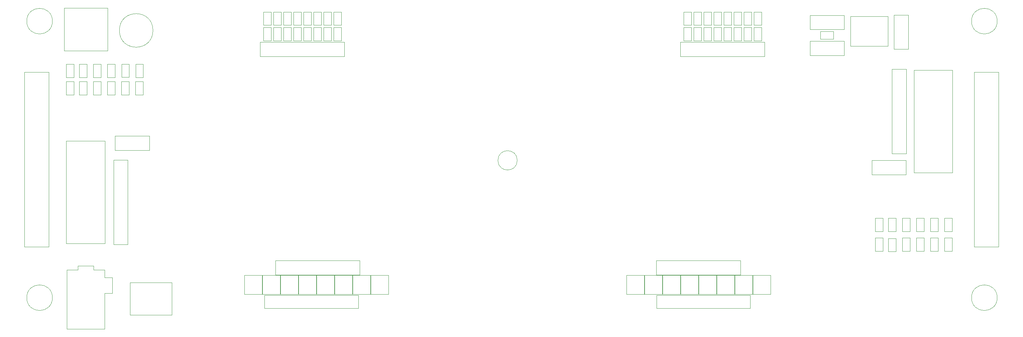
<source format=gbr>
%TF.GenerationSoftware,KiCad,Pcbnew,(5.1.10-1-10_14)*%
%TF.CreationDate,2021-08-21T14:50:14-04:00*%
%TF.ProjectId,breadboard-prototype,62726561-6462-46f6-9172-642d70726f74,rev?*%
%TF.SameCoordinates,Original*%
%TF.FileFunction,Other,User*%
%FSLAX46Y46*%
G04 Gerber Fmt 4.6, Leading zero omitted, Abs format (unit mm)*
G04 Created by KiCad (PCBNEW (5.1.10-1-10_14)) date 2021-08-21 14:50:14*
%MOMM*%
%LPD*%
G01*
G04 APERTURE LIST*
%ADD10C,0.050000*%
G04 APERTURE END LIST*
D10*
%TO.C,U2*%
X353504000Y-75210000D02*
X363304000Y-75210000D01*
X353504000Y-49260000D02*
X353504000Y-75210000D01*
X363304000Y-49260000D02*
X353504000Y-49260000D01*
X363304000Y-75210000D02*
X363304000Y-49260000D01*
%TO.C,U1*%
X148610000Y-67234000D02*
X138810000Y-67234000D01*
X148610000Y-93184000D02*
X148610000Y-67234000D01*
X138810000Y-93184000D02*
X148610000Y-93184000D01*
X138810000Y-67234000D02*
X138810000Y-93184000D01*
%TO.C,J20*%
X352066000Y-35284000D02*
X348466000Y-35284000D01*
X352066000Y-43934000D02*
X352066000Y-35284000D01*
X348466000Y-43934000D02*
X352066000Y-43934000D01*
X348466000Y-35284000D02*
X348466000Y-43934000D01*
%TO.C,R29*%
X329790000Y-39436000D02*
X333150000Y-39436000D01*
X329790000Y-41336000D02*
X329790000Y-39436000D01*
X333150000Y-41336000D02*
X329790000Y-41336000D01*
X333150000Y-39436000D02*
X333150000Y-41336000D01*
%TO.C,J18*%
X335810000Y-45488000D02*
X335810000Y-41888000D01*
X327160000Y-45488000D02*
X335810000Y-45488000D01*
X327160000Y-41888000D02*
X327160000Y-45488000D01*
X335810000Y-41888000D02*
X327160000Y-41888000D01*
%TO.C,J19*%
X335810000Y-38942000D02*
X335810000Y-35342000D01*
X327160000Y-38942000D02*
X335810000Y-38942000D01*
X327160000Y-35342000D02*
X327160000Y-38942000D01*
X335810000Y-35342000D02*
X327160000Y-35342000D01*
%TO.C,SW1*%
X337440000Y-42906000D02*
X337440000Y-35906000D01*
X337690000Y-35656000D02*
X346690000Y-35656000D01*
X346940000Y-35906000D02*
X346940000Y-42906000D01*
X346690000Y-43156000D02*
X337690000Y-43156000D01*
X346940000Y-35656000D02*
X346690000Y-35656000D01*
X346940000Y-35906000D02*
X346940000Y-35656000D01*
X346940000Y-43156000D02*
X346690000Y-43156000D01*
X346940000Y-42906000D02*
X346940000Y-43156000D01*
X337440000Y-43156000D02*
X337440000Y-42906000D01*
X337690000Y-43156000D02*
X337440000Y-43156000D01*
X337440000Y-35656000D02*
X337440000Y-35906000D01*
X337690000Y-35656000D02*
X337440000Y-35656000D01*
%TO.C,J4*%
X165554000Y-103086000D02*
X155004000Y-103086000D01*
X165554000Y-111276000D02*
X165554000Y-103086000D01*
X155004000Y-111276000D02*
X165554000Y-111276000D01*
X155004000Y-103086000D02*
X155004000Y-111276000D01*
%TO.C,J17*%
X148514000Y-114838000D02*
X139014000Y-114838000D01*
X148514000Y-105838000D02*
X148514000Y-114838000D01*
X150514000Y-105838000D02*
X148514000Y-105838000D01*
X150514000Y-101838000D02*
X150514000Y-105838000D01*
X148514000Y-101838000D02*
X150514000Y-101838000D01*
X148514000Y-99838000D02*
X148514000Y-101838000D01*
X145764000Y-99838000D02*
X148514000Y-99838000D01*
X145764000Y-98838000D02*
X145764000Y-99838000D01*
X141764000Y-98838000D02*
X145764000Y-98838000D01*
X141764000Y-99838000D02*
X141764000Y-98838000D01*
X139264000Y-99838000D02*
X141764000Y-99838000D01*
X139014000Y-99838000D02*
X139014000Y-114838000D01*
X139264000Y-99838000D02*
X139014000Y-99838000D01*
%TO.C,RN2*%
X288338000Y-109600000D02*
X312088000Y-109600000D01*
X288338000Y-106300000D02*
X288338000Y-109600000D01*
X312088000Y-106300000D02*
X288338000Y-106300000D01*
X312088000Y-109600000D02*
X312088000Y-106300000D01*
%TO.C,J16*%
X288268000Y-97514000D02*
X288268000Y-101114000D01*
X309618000Y-97514000D02*
X288268000Y-97514000D01*
X309618000Y-101114000D02*
X309618000Y-97514000D01*
X288268000Y-101114000D02*
X309618000Y-101114000D01*
%TO.C,D44*%
X312710000Y-101202000D02*
X312710000Y-106052000D01*
X317210000Y-101202000D02*
X312710000Y-101202000D01*
X317210000Y-106052000D02*
X317210000Y-101202000D01*
X312710000Y-106052000D02*
X317210000Y-106052000D01*
%TO.C,D43*%
X308138000Y-101202000D02*
X308138000Y-106052000D01*
X312638000Y-101202000D02*
X308138000Y-101202000D01*
X312638000Y-106052000D02*
X312638000Y-101202000D01*
X308138000Y-106052000D02*
X312638000Y-106052000D01*
%TO.C,D42*%
X303566000Y-101202000D02*
X303566000Y-106052000D01*
X308066000Y-101202000D02*
X303566000Y-101202000D01*
X308066000Y-106052000D02*
X308066000Y-101202000D01*
X303566000Y-106052000D02*
X308066000Y-106052000D01*
%TO.C,D41*%
X298994000Y-101202000D02*
X298994000Y-106052000D01*
X303494000Y-101202000D02*
X298994000Y-101202000D01*
X303494000Y-106052000D02*
X303494000Y-101202000D01*
X298994000Y-106052000D02*
X303494000Y-106052000D01*
%TO.C,D40*%
X294422000Y-101202000D02*
X294422000Y-106052000D01*
X298922000Y-101202000D02*
X294422000Y-101202000D01*
X298922000Y-106052000D02*
X298922000Y-101202000D01*
X294422000Y-106052000D02*
X298922000Y-106052000D01*
%TO.C,D39*%
X289850000Y-101202000D02*
X289850000Y-106052000D01*
X294350000Y-101202000D02*
X289850000Y-101202000D01*
X294350000Y-106052000D02*
X294350000Y-101202000D01*
X289850000Y-106052000D02*
X294350000Y-106052000D01*
%TO.C,D38*%
X285278000Y-101202000D02*
X285278000Y-106052000D01*
X289778000Y-101202000D02*
X285278000Y-101202000D01*
X289778000Y-106052000D02*
X289778000Y-101202000D01*
X285278000Y-106052000D02*
X289778000Y-106052000D01*
%TO.C,D37*%
X280706000Y-101202000D02*
X280706000Y-106052000D01*
X285206000Y-101202000D02*
X280706000Y-101202000D01*
X285206000Y-106052000D02*
X285206000Y-101202000D01*
X280706000Y-106052000D02*
X285206000Y-106052000D01*
%TO.C,RN1*%
X212804000Y-106300000D02*
X189054000Y-106300000D01*
X212804000Y-109600000D02*
X212804000Y-106300000D01*
X189054000Y-109600000D02*
X212804000Y-109600000D01*
X189054000Y-106300000D02*
X189054000Y-109600000D01*
%TO.C,J15*%
X213128000Y-101114000D02*
X213128000Y-97514000D01*
X191778000Y-101114000D02*
X213128000Y-101114000D01*
X191778000Y-97514000D02*
X191778000Y-101114000D01*
X213128000Y-97514000D02*
X191778000Y-97514000D01*
%TO.C,D36*%
X183932000Y-101202000D02*
X183932000Y-106052000D01*
X188432000Y-101202000D02*
X183932000Y-101202000D01*
X188432000Y-106052000D02*
X188432000Y-101202000D01*
X183932000Y-106052000D02*
X188432000Y-106052000D01*
%TO.C,D35*%
X188504000Y-101202000D02*
X188504000Y-106052000D01*
X193004000Y-101202000D02*
X188504000Y-101202000D01*
X193004000Y-106052000D02*
X193004000Y-101202000D01*
X188504000Y-106052000D02*
X193004000Y-106052000D01*
%TO.C,D34*%
X193076000Y-101202000D02*
X193076000Y-106052000D01*
X197576000Y-101202000D02*
X193076000Y-101202000D01*
X197576000Y-106052000D02*
X197576000Y-101202000D01*
X193076000Y-106052000D02*
X197576000Y-106052000D01*
%TO.C,D33*%
X197648000Y-101202000D02*
X197648000Y-106052000D01*
X202148000Y-101202000D02*
X197648000Y-101202000D01*
X202148000Y-106052000D02*
X202148000Y-101202000D01*
X197648000Y-106052000D02*
X202148000Y-106052000D01*
%TO.C,D32*%
X202220000Y-101202000D02*
X202220000Y-106052000D01*
X206720000Y-101202000D02*
X202220000Y-101202000D01*
X206720000Y-106052000D02*
X206720000Y-101202000D01*
X202220000Y-106052000D02*
X206720000Y-106052000D01*
%TO.C,D31*%
X206792000Y-101202000D02*
X206792000Y-106052000D01*
X211292000Y-101202000D02*
X206792000Y-101202000D01*
X211292000Y-106052000D02*
X211292000Y-101202000D01*
X206792000Y-106052000D02*
X211292000Y-106052000D01*
%TO.C,D30*%
X211364000Y-101202000D02*
X211364000Y-106052000D01*
X215864000Y-101202000D02*
X211364000Y-101202000D01*
X215864000Y-106052000D02*
X215864000Y-101202000D01*
X211364000Y-106052000D02*
X215864000Y-106052000D01*
%TO.C,D29*%
X215936000Y-101202000D02*
X215936000Y-106052000D01*
X220436000Y-101202000D02*
X215936000Y-101202000D01*
X220436000Y-106052000D02*
X220436000Y-101202000D01*
X215936000Y-106052000D02*
X220436000Y-106052000D01*
%TO.C,R28*%
X314894000Y-34491500D02*
X314894000Y-37851500D01*
X312994000Y-34491500D02*
X314894000Y-34491500D01*
X312994000Y-37851500D02*
X312994000Y-34491500D01*
X314894000Y-37851500D02*
X312994000Y-37851500D01*
%TO.C,R27*%
X312354000Y-34491500D02*
X312354000Y-37851500D01*
X310454000Y-34491500D02*
X312354000Y-34491500D01*
X310454000Y-37851500D02*
X310454000Y-34491500D01*
X312354000Y-37851500D02*
X310454000Y-37851500D01*
%TO.C,R26*%
X309814000Y-34491500D02*
X309814000Y-37851500D01*
X307914000Y-34491500D02*
X309814000Y-34491500D01*
X307914000Y-37851500D02*
X307914000Y-34491500D01*
X309814000Y-37851500D02*
X307914000Y-37851500D01*
%TO.C,R25*%
X307274000Y-34491500D02*
X307274000Y-37851500D01*
X305374000Y-34491500D02*
X307274000Y-34491500D01*
X305374000Y-37851500D02*
X305374000Y-34491500D01*
X307274000Y-37851500D02*
X305374000Y-37851500D01*
%TO.C,R24*%
X304734000Y-34491500D02*
X304734000Y-37851500D01*
X302834000Y-34491500D02*
X304734000Y-34491500D01*
X302834000Y-37851500D02*
X302834000Y-34491500D01*
X304734000Y-37851500D02*
X302834000Y-37851500D01*
%TO.C,R23*%
X302194000Y-34491500D02*
X302194000Y-37851500D01*
X300294000Y-34491500D02*
X302194000Y-34491500D01*
X300294000Y-37851500D02*
X300294000Y-34491500D01*
X302194000Y-37851500D02*
X300294000Y-37851500D01*
%TO.C,R22*%
X299654000Y-34491500D02*
X299654000Y-37851500D01*
X297754000Y-34491500D02*
X299654000Y-34491500D01*
X297754000Y-37851500D02*
X297754000Y-34491500D01*
X299654000Y-37851500D02*
X297754000Y-37851500D01*
%TO.C,R21*%
X297114000Y-34491500D02*
X297114000Y-37851500D01*
X295214000Y-34491500D02*
X297114000Y-34491500D01*
X295214000Y-37851500D02*
X295214000Y-34491500D01*
X297114000Y-37851500D02*
X295214000Y-37851500D01*
%TO.C,J13*%
X294364000Y-42142000D02*
X294364000Y-45742000D01*
X315714000Y-42142000D02*
X294364000Y-42142000D01*
X315714000Y-45742000D02*
X315714000Y-42142000D01*
X294364000Y-45742000D02*
X315714000Y-45742000D01*
%TO.C,D28*%
X312994000Y-41812000D02*
X312994000Y-38452000D01*
X314894000Y-41812000D02*
X312994000Y-41812000D01*
X314894000Y-38452000D02*
X314894000Y-41812000D01*
X312994000Y-38452000D02*
X314894000Y-38452000D01*
%TO.C,D27*%
X310454000Y-41812000D02*
X310454000Y-38452000D01*
X312354000Y-41812000D02*
X310454000Y-41812000D01*
X312354000Y-38452000D02*
X312354000Y-41812000D01*
X310454000Y-38452000D02*
X312354000Y-38452000D01*
%TO.C,D26*%
X307914000Y-41812000D02*
X307914000Y-38452000D01*
X309814000Y-41812000D02*
X307914000Y-41812000D01*
X309814000Y-38452000D02*
X309814000Y-41812000D01*
X307914000Y-38452000D02*
X309814000Y-38452000D01*
%TO.C,D25*%
X305374000Y-41812000D02*
X305374000Y-38452000D01*
X307274000Y-41812000D02*
X305374000Y-41812000D01*
X307274000Y-38452000D02*
X307274000Y-41812000D01*
X305374000Y-38452000D02*
X307274000Y-38452000D01*
%TO.C,D24*%
X302834000Y-41812000D02*
X302834000Y-38452000D01*
X304734000Y-41812000D02*
X302834000Y-41812000D01*
X304734000Y-38452000D02*
X304734000Y-41812000D01*
X302834000Y-38452000D02*
X304734000Y-38452000D01*
%TO.C,D23*%
X300294000Y-41812000D02*
X300294000Y-38452000D01*
X302194000Y-41812000D02*
X300294000Y-41812000D01*
X302194000Y-38452000D02*
X302194000Y-41812000D01*
X300294000Y-38452000D02*
X302194000Y-38452000D01*
%TO.C,D22*%
X297754000Y-41812000D02*
X297754000Y-38452000D01*
X299654000Y-41812000D02*
X297754000Y-41812000D01*
X299654000Y-38452000D02*
X299654000Y-41812000D01*
X297754000Y-38452000D02*
X299654000Y-38452000D01*
%TO.C,D21*%
X295214000Y-41812000D02*
X295214000Y-38452000D01*
X297114000Y-41812000D02*
X295214000Y-41812000D01*
X297114000Y-38452000D02*
X297114000Y-41812000D01*
X295214000Y-38452000D02*
X297114000Y-38452000D01*
%TO.C,R20*%
X208468000Y-34491500D02*
X208468000Y-37851500D01*
X206568000Y-34491500D02*
X208468000Y-34491500D01*
X206568000Y-37851500D02*
X206568000Y-34491500D01*
X208468000Y-37851500D02*
X206568000Y-37851500D01*
%TO.C,R19*%
X205928000Y-34491500D02*
X205928000Y-37851500D01*
X204028000Y-34491500D02*
X205928000Y-34491500D01*
X204028000Y-37851500D02*
X204028000Y-34491500D01*
X205928000Y-37851500D02*
X204028000Y-37851500D01*
%TO.C,R18*%
X203388000Y-34491500D02*
X203388000Y-37851500D01*
X201488000Y-34491500D02*
X203388000Y-34491500D01*
X201488000Y-37851500D02*
X201488000Y-34491500D01*
X203388000Y-37851500D02*
X201488000Y-37851500D01*
%TO.C,R17*%
X200848000Y-34491500D02*
X200848000Y-37851500D01*
X198948000Y-34491500D02*
X200848000Y-34491500D01*
X198948000Y-37851500D02*
X198948000Y-34491500D01*
X200848000Y-37851500D02*
X198948000Y-37851500D01*
%TO.C,R16*%
X198308000Y-34491500D02*
X198308000Y-37851500D01*
X196408000Y-34491500D02*
X198308000Y-34491500D01*
X196408000Y-37851500D02*
X196408000Y-34491500D01*
X198308000Y-37851500D02*
X196408000Y-37851500D01*
%TO.C,R15*%
X195768000Y-34491500D02*
X195768000Y-37851500D01*
X193868000Y-34491500D02*
X195768000Y-34491500D01*
X193868000Y-37851500D02*
X193868000Y-34491500D01*
X195768000Y-37851500D02*
X193868000Y-37851500D01*
%TO.C,R8*%
X193228000Y-34491500D02*
X193228000Y-37851500D01*
X191328000Y-34491500D02*
X193228000Y-34491500D01*
X191328000Y-37851500D02*
X191328000Y-34491500D01*
X193228000Y-37851500D02*
X191328000Y-37851500D01*
%TO.C,R7*%
X190688000Y-34491500D02*
X190688000Y-37851500D01*
X188788000Y-34491500D02*
X190688000Y-34491500D01*
X188788000Y-37851500D02*
X188788000Y-34491500D01*
X190688000Y-37851500D02*
X188788000Y-37851500D01*
%TO.C,J12*%
X187938000Y-42142000D02*
X187938000Y-45742000D01*
X209288000Y-42142000D02*
X187938000Y-42142000D01*
X209288000Y-45742000D02*
X209288000Y-42142000D01*
X187938000Y-45742000D02*
X209288000Y-45742000D01*
%TO.C,D20*%
X206568000Y-41812000D02*
X206568000Y-38452000D01*
X208468000Y-41812000D02*
X206568000Y-41812000D01*
X208468000Y-38452000D02*
X208468000Y-41812000D01*
X206568000Y-38452000D02*
X208468000Y-38452000D01*
%TO.C,D19*%
X204028000Y-41812000D02*
X204028000Y-38452000D01*
X205928000Y-41812000D02*
X204028000Y-41812000D01*
X205928000Y-38452000D02*
X205928000Y-41812000D01*
X204028000Y-38452000D02*
X205928000Y-38452000D01*
%TO.C,D18*%
X201488000Y-41812000D02*
X201488000Y-38452000D01*
X203388000Y-41812000D02*
X201488000Y-41812000D01*
X203388000Y-38452000D02*
X203388000Y-41812000D01*
X201488000Y-38452000D02*
X203388000Y-38452000D01*
%TO.C,D17*%
X198948000Y-41812000D02*
X198948000Y-38452000D01*
X200848000Y-41812000D02*
X198948000Y-41812000D01*
X200848000Y-38452000D02*
X200848000Y-41812000D01*
X198948000Y-38452000D02*
X200848000Y-38452000D01*
%TO.C,D16*%
X196408000Y-41812000D02*
X196408000Y-38452000D01*
X198308000Y-41812000D02*
X196408000Y-41812000D01*
X198308000Y-38452000D02*
X198308000Y-41812000D01*
X196408000Y-38452000D02*
X198308000Y-38452000D01*
%TO.C,D15*%
X193868000Y-41812000D02*
X193868000Y-38452000D01*
X195768000Y-41812000D02*
X193868000Y-41812000D01*
X195768000Y-38452000D02*
X195768000Y-41812000D01*
X193868000Y-38452000D02*
X195768000Y-38452000D01*
%TO.C,D14*%
X191328000Y-41812000D02*
X191328000Y-38452000D01*
X193228000Y-41812000D02*
X191328000Y-41812000D01*
X193228000Y-38452000D02*
X193228000Y-41812000D01*
X191328000Y-38452000D02*
X193228000Y-38452000D01*
%TO.C,D13*%
X188788000Y-41812000D02*
X188788000Y-38452000D01*
X190688000Y-41812000D02*
X188788000Y-41812000D01*
X190688000Y-38452000D02*
X190688000Y-41812000D01*
X188788000Y-38452000D02*
X190688000Y-38452000D01*
%TO.C,C1*%
X160790000Y-39180000D02*
G75*
G03*
X160790000Y-39180000I-4250000J0D01*
G01*
%TO.C,REF\u002A\u002A*%
X253050000Y-72120000D02*
G75*
G03*
X253050000Y-72120000I-2450000J0D01*
G01*
X374598000Y-106934000D02*
G75*
G03*
X374598000Y-106934000I-3250000J0D01*
G01*
X374598000Y-36830000D02*
G75*
G03*
X374598000Y-36830000I-3250000J0D01*
G01*
%TO.C,R14*%
X361254000Y-95152000D02*
X361254000Y-91792000D01*
X363154000Y-95152000D02*
X361254000Y-95152000D01*
X363154000Y-91792000D02*
X363154000Y-95152000D01*
X361254000Y-91792000D02*
X363154000Y-91792000D01*
%TO.C,R13*%
X357698000Y-95152000D02*
X357698000Y-91792000D01*
X359598000Y-95152000D02*
X357698000Y-95152000D01*
X359598000Y-91792000D02*
X359598000Y-95152000D01*
X357698000Y-91792000D02*
X359598000Y-91792000D01*
%TO.C,R12*%
X354142000Y-95152000D02*
X354142000Y-91792000D01*
X356042000Y-95152000D02*
X354142000Y-95152000D01*
X356042000Y-91792000D02*
X356042000Y-95152000D01*
X354142000Y-91792000D02*
X356042000Y-91792000D01*
%TO.C,R11*%
X350586000Y-95152000D02*
X350586000Y-91792000D01*
X352486000Y-95152000D02*
X350586000Y-95152000D01*
X352486000Y-91792000D02*
X352486000Y-95152000D01*
X350586000Y-91792000D02*
X352486000Y-91792000D01*
%TO.C,R10*%
X347030000Y-95255500D02*
X347030000Y-91895500D01*
X348930000Y-95255500D02*
X347030000Y-95255500D01*
X348930000Y-91895500D02*
X348930000Y-95255500D01*
X347030000Y-91895500D02*
X348930000Y-91895500D01*
%TO.C,R9*%
X343728000Y-95152000D02*
X343728000Y-91792000D01*
X345628000Y-95152000D02*
X343728000Y-95152000D01*
X345628000Y-91792000D02*
X345628000Y-95152000D01*
X343728000Y-91792000D02*
X345628000Y-91792000D01*
%TO.C,J8*%
X347958000Y-70380000D02*
X351558000Y-70380000D01*
X347958000Y-49030000D02*
X347958000Y-70380000D01*
X351558000Y-49030000D02*
X347958000Y-49030000D01*
X351558000Y-70380000D02*
X351558000Y-49030000D01*
%TO.C,J7*%
X342878000Y-72114000D02*
X342878000Y-75714000D01*
X351528000Y-72114000D02*
X342878000Y-72114000D01*
X351528000Y-75714000D02*
X351528000Y-72114000D01*
X342878000Y-75714000D02*
X351528000Y-75714000D01*
%TO.C,J6*%
X368776000Y-94002000D02*
X374926000Y-94002000D01*
X368776000Y-49752000D02*
X368776000Y-94002000D01*
X374926000Y-49752000D02*
X368776000Y-49752000D01*
X374926000Y-94002000D02*
X374926000Y-49752000D01*
%TO.C,D12*%
X363154000Y-86790500D02*
X363154000Y-90150500D01*
X361254000Y-86790500D02*
X363154000Y-86790500D01*
X361254000Y-90150500D02*
X361254000Y-86790500D01*
X363154000Y-90150500D02*
X361254000Y-90150500D01*
%TO.C,D11*%
X359598000Y-86790500D02*
X359598000Y-90150500D01*
X357698000Y-86790500D02*
X359598000Y-86790500D01*
X357698000Y-90150500D02*
X357698000Y-86790500D01*
X359598000Y-90150500D02*
X357698000Y-90150500D01*
%TO.C,D10*%
X356042000Y-86790500D02*
X356042000Y-90150500D01*
X354142000Y-86790500D02*
X356042000Y-86790500D01*
X354142000Y-90150500D02*
X354142000Y-86790500D01*
X356042000Y-90150500D02*
X354142000Y-90150500D01*
%TO.C,D9*%
X352486000Y-86790500D02*
X352486000Y-90150500D01*
X350586000Y-86790500D02*
X352486000Y-86790500D01*
X350586000Y-90150500D02*
X350586000Y-86790500D01*
X352486000Y-90150500D02*
X350586000Y-90150500D01*
%TO.C,D8*%
X348930000Y-86790500D02*
X348930000Y-90150500D01*
X347030000Y-86790500D02*
X348930000Y-86790500D01*
X347030000Y-90150500D02*
X347030000Y-86790500D01*
X348930000Y-90150500D02*
X347030000Y-90150500D01*
%TO.C,D7*%
X345628000Y-86790500D02*
X345628000Y-90150500D01*
X343728000Y-86790500D02*
X345628000Y-86790500D01*
X343728000Y-90150500D02*
X343728000Y-86790500D01*
X345628000Y-90150500D02*
X343728000Y-90150500D01*
%TO.C,J5*%
X138304000Y-44318000D02*
X149304000Y-44318000D01*
X138304000Y-33508000D02*
X138304000Y-44318000D01*
X149304000Y-33508000D02*
X138304000Y-33508000D01*
X149304000Y-44318000D02*
X149304000Y-33508000D01*
%TO.C,REF\u002A\u002A*%
X135330000Y-106934000D02*
G75*
G03*
X135330000Y-106934000I-3250000J0D01*
G01*
X135330000Y-36830000D02*
G75*
G03*
X135330000Y-36830000I-3250000J0D01*
G01*
%TO.C,R6*%
X158294000Y-47735500D02*
X158294000Y-51095500D01*
X156394000Y-47735500D02*
X158294000Y-47735500D01*
X156394000Y-51095500D02*
X156394000Y-47735500D01*
X158294000Y-51095500D02*
X156394000Y-51095500D01*
%TO.C,R5*%
X154734000Y-47708000D02*
X154734000Y-51068000D01*
X152834000Y-47708000D02*
X154734000Y-47708000D01*
X152834000Y-51068000D02*
X152834000Y-47708000D01*
X154734000Y-51068000D02*
X152834000Y-51068000D01*
%TO.C,R4*%
X151174000Y-47718000D02*
X151174000Y-51078000D01*
X149274000Y-47718000D02*
X151174000Y-47718000D01*
X149274000Y-51078000D02*
X149274000Y-47718000D01*
X151174000Y-51078000D02*
X149274000Y-51078000D01*
%TO.C,R3*%
X147618000Y-47738500D02*
X147618000Y-51098500D01*
X145718000Y-47738500D02*
X147618000Y-47738500D01*
X145718000Y-51098500D02*
X145718000Y-47738500D01*
X147618000Y-51098500D02*
X145718000Y-51098500D01*
%TO.C,R2*%
X144054000Y-47748000D02*
X144054000Y-51108000D01*
X142154000Y-47748000D02*
X144054000Y-47748000D01*
X142154000Y-51108000D02*
X142154000Y-47748000D01*
X144054000Y-51108000D02*
X142154000Y-51108000D01*
%TO.C,R1*%
X140760000Y-47728000D02*
X140760000Y-51088000D01*
X138860000Y-47728000D02*
X140760000Y-47728000D01*
X138860000Y-51088000D02*
X138860000Y-47728000D01*
X140760000Y-51088000D02*
X138860000Y-51088000D01*
%TO.C,J1*%
X134398000Y-49762000D02*
X128248000Y-49762000D01*
X134398000Y-94012000D02*
X134398000Y-49762000D01*
X128248000Y-94012000D02*
X134398000Y-94012000D01*
X128248000Y-49762000D02*
X128248000Y-94012000D01*
%TO.C,D6*%
X156386000Y-55520000D02*
X156386000Y-52160000D01*
X158286000Y-55520000D02*
X156386000Y-55520000D01*
X158286000Y-52160000D02*
X158286000Y-55520000D01*
X156386000Y-52160000D02*
X158286000Y-52160000D01*
%TO.C,D5*%
X152830000Y-55520000D02*
X152830000Y-52160000D01*
X154730000Y-55520000D02*
X152830000Y-55520000D01*
X154730000Y-52160000D02*
X154730000Y-55520000D01*
X152830000Y-52160000D02*
X154730000Y-52160000D01*
%TO.C,D4*%
X149274000Y-55520000D02*
X149274000Y-52160000D01*
X151174000Y-55520000D02*
X149274000Y-55520000D01*
X151174000Y-52160000D02*
X151174000Y-55520000D01*
X149274000Y-52160000D02*
X151174000Y-52160000D01*
%TO.C,D3*%
X145718000Y-55520000D02*
X145718000Y-52160000D01*
X147618000Y-55520000D02*
X145718000Y-55520000D01*
X147618000Y-52160000D02*
X147618000Y-55520000D01*
X145718000Y-52160000D02*
X147618000Y-52160000D01*
%TO.C,D2*%
X142162000Y-55520000D02*
X142162000Y-52160000D01*
X144062000Y-55520000D02*
X142162000Y-55520000D01*
X144062000Y-52160000D02*
X144062000Y-55520000D01*
X142162000Y-52160000D02*
X144062000Y-52160000D01*
%TO.C,D1*%
X138860000Y-55520000D02*
X138860000Y-52160000D01*
X140760000Y-55520000D02*
X138860000Y-55520000D01*
X140760000Y-52160000D02*
X140760000Y-55520000D01*
X138860000Y-52160000D02*
X140760000Y-52160000D01*
%TO.C,J2*%
X159866000Y-69558000D02*
X159866000Y-65958000D01*
X151216000Y-69558000D02*
X159866000Y-69558000D01*
X151216000Y-65958000D02*
X151216000Y-69558000D01*
X159866000Y-65958000D02*
X151216000Y-65958000D01*
%TO.C,J3*%
X154410000Y-72064000D02*
X150810000Y-72064000D01*
X154410000Y-93414000D02*
X154410000Y-72064000D01*
X150810000Y-93414000D02*
X154410000Y-93414000D01*
X150810000Y-72064000D02*
X150810000Y-93414000D01*
%TD*%
M02*

</source>
